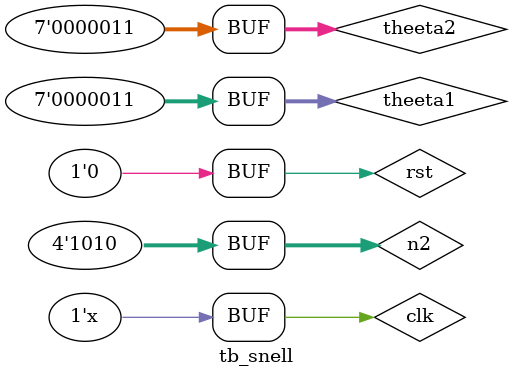
<source format=v>
`timescale 1ns / 1ps


module tb_snell;

	// Inputs
	reg [3:0] n2;
	reg [6:0] theeta1;
	reg [6:0] theeta2;
	reg clk;
	reg rst;

	// Outputs
	wire [3:0] n1;

	// Instantiate the Unit Under Test (UUT)
	snell_law uut (
		.n2(n2), 
		.theeta1(theeta1), 
		.theeta2(theeta2), 
		.clk(clk), 
		.rst(rst), 
		.n1(n1)
	);
always #5 clk = ~clk;
	initial begin
		// Initialize Inputs
		n2 = 0;
		theeta1 = 0;
		theeta2 = 0;
		clk = 0;
		rst = 1;

		// Wait 100 ns for global reset to finish
		#100;
		n2 = 4'b1010;
		theeta1 = 7'd3;
		theeta2 = 7'd3;
		rst = 0;
        
		
	end
      
endmodule


</source>
